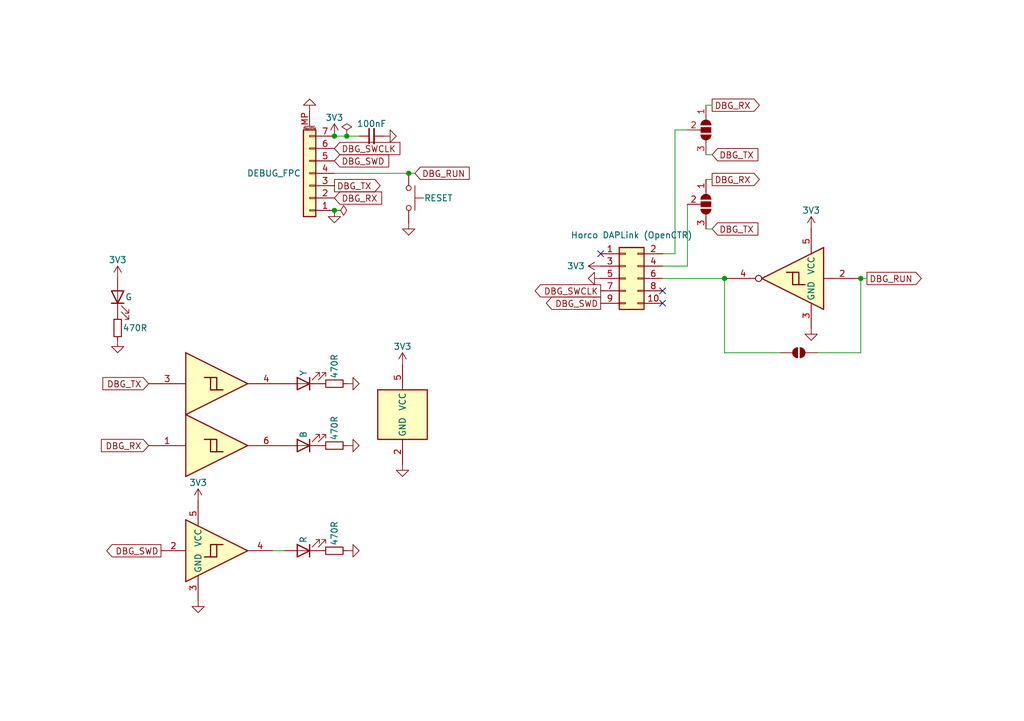
<source format=kicad_sch>
(kicad_sch (version 20231120) (generator "eeschema") (generator_version "8.0")
  (paper "A5")
  (lib_symbols
    (symbol "74xGxx:74LVC1G17"
      (property "Reference" "U" (at 0 3.81 0))
      (property "Value" "74LVC1G17" (at 0 -3.81 0))
      (symbol "74LVC1G17_0_1"
        (polyline (pts (xy -7.62 6.35) (xy -7.62 -6.35) (xy 5.08 0) (xy -7.62 6.35)) (stroke (width 0.254)) (fill (type background)))
        (polyline (pts (xy -3.81 -1.27) (xy -2.54 -1.27) (xy -2.54 1.27) (xy -1.27 1.27)) (stroke (width 0.254)) (fill (type background)))
        (polyline (pts (xy -2.54 -1.27) (xy -1.27 -1.27) (xy -1.27 1.27) (xy 0 1.27)) (stroke (width 0.254)) (fill (type background)))
      )
      (symbol "74LVC1G17_1_1"
        (pin no_connect line (at -7.62 5.08 180) (length 5.08) hide (name "NC") (number "1"))
        (pin input line (at -12.7 0 0) (length 5.08) (name "~") (number "2"))
        (pin power_in line (at -5.08 -10.16 90) (length 5.08) (name "GND") (number "3"))
        (pin output line (at 10.16 0 180) (length 5.08) (name "~") (number "4"))
        (pin power_in line (at -5.08 10.16 270) (length 5.08) (name "VCC") (number "5"))
      )
    )
    (symbol "74xGxx:74LVC2G17"
      (property "Reference" "U" (at -1.27 7.62 0))
      (property "Value" "74LVC2G17" (at 2.54 -7.62 0))
      (symbol "74LVC2G17_1_1"
        (polyline (pts (xy -2.54 1.27) (xy -1.27 1.27) (xy -1.27 -1.27)) (stroke (width 0.254)) (fill (type background)))
        (polyline (pts (xy -7.62 6.35) (xy -7.62 -6.35) (xy 5.08 0) (xy -7.62 6.35)) (stroke (width 0.254)) (fill (type background)))
        (polyline (pts (xy -3.81 1.27) (xy -2.54 1.27) (xy -2.54 -1.27) (xy 0 -1.27)) (stroke (width 0.254)) (fill (type background)))
        (pin input line (at -15.24 0 0) (length 7.62) (name "~") (number "1"))
        (pin output line (at 12.7 0 180) (length 7.62) (name "~") (number "6"))
      )
      (symbol "74LVC2G17_2_1"
        (polyline (pts (xy -2.54 1.27) (xy -1.27 1.27) (xy -1.27 -1.27)) (stroke (width 0.254)) (fill (type background)))
        (polyline (pts (xy -7.62 6.35) (xy -7.62 -6.35) (xy 5.08 0) (xy -7.62 6.35)) (stroke (width 0.254)) (fill (type background)))
        (polyline (pts (xy -3.81 1.27) (xy -2.54 1.27) (xy -2.54 -1.27) (xy 0 -1.27)) (stroke (width 0.254)) (fill (type background)))
        (pin input line (at -15.24 0 0) (length 7.62) (name "~") (number "3"))
        (pin output line (at 12.7 0 180) (length 7.62) (name "~") (number "4"))
      )
      (symbol "74LVC2G17_3_0"
        (rectangle (start -5.08 -5.08) (end 5.08 5.08) (stroke (width 0.254)) (fill (type background)))
      )
      (symbol "74LVC2G17_3_1"
        (pin power_in line (at 0 -10.16 90) (length 5.08) (name "GND") (number "2"))
        (pin power_in line (at 0 10.16 270) (length 5.08) (name "VCC") (number "5"))
      )
    )
    (symbol "74xGxx:SN74LVC1G14DBV"
      (property "Reference" "U" (at 0 3.81 0))
      (property "Value" "SN74LVC1G14DBV" (at 0 -3.81 0))
      (symbol "SN74LVC1G14DBV_0_1"
        (polyline (pts (xy -7.62 6.35) (xy -7.62 -6.35) (xy 5.08 0) (xy -7.62 6.35)) (stroke (width 0.254)) (fill (type background)))
      )
      (symbol "SN74LVC1G14DBV_1_1"
        (polyline (pts (xy -3.81 -1.27) (xy -1.27 -1.27) (xy -1.27 1.27)) (stroke (width 0.254)))
        (polyline (pts (xy -2.54 -1.27) (xy -2.54 1.27) (xy 0 1.27)) (stroke (width 0.254)))
        (pin no_connect line (at -7.62 5.08 180) (length 5.08) hide (name "NC") (number "1"))
        (pin input line (at -15.24 0 0) (length 7.62) (name "~") (number "2"))
        (pin power_in line (at -5.08 -10.16 90) (length 5.08) (name "GND") (number "3"))
        (pin output inverted (at 12.7 0 180) (length 7.62) (name "~") (number "4"))
        (pin power_in line (at -5.08 10.16 270) (length 5.08) (name "VCC") (number "5"))
      )
    )
    (symbol "Connector_Generic:Conn_02x05_Odd_Even" (pin_names (offset 1.016) hide)
      (property "Reference" "J" (at 1.27 7.62 0))
      (property "Value" "Conn_02x05_Odd_Even" (at 1.27 -7.62 0))
      (symbol "Conn_02x05_Odd_Even_1_1"
        (rectangle (start -1.27 -4.953) (end 0 -5.207) (stroke (width 0.1524)))
        (rectangle (start -1.27 -2.413) (end 0 -2.667) (stroke (width 0.1524)))
        (rectangle (start -1.27 0.127) (end 0 -0.127) (stroke (width 0.1524)))
        (rectangle (start -1.27 2.667) (end 0 2.413) (stroke (width 0.1524)))
        (rectangle (start -1.27 5.207) (end 0 4.953) (stroke (width 0.1524)))
        (rectangle (start -1.27 6.35) (end 3.81 -6.35) (stroke (width 0.254)) (fill (type background)))
        (rectangle (start 3.81 -4.953) (end 2.54 -5.207) (stroke (width 0.1524)))
        (rectangle (start 3.81 -2.413) (end 2.54 -2.667) (stroke (width 0.1524)))
        (rectangle (start 3.81 0.127) (end 2.54 -0.127) (stroke (width 0.1524)))
        (rectangle (start 3.81 2.667) (end 2.54 2.413) (stroke (width 0.1524)))
        (rectangle (start 3.81 5.207) (end 2.54 4.953) (stroke (width 0.1524)))
        (pin passive line (at -5.08 5.08 0) (length 3.81) (name "Pin_1") (number "1"))
        (pin passive line (at 7.62 -5.08 180) (length 3.81) (name "Pin_10") (number "10"))
        (pin passive line (at 7.62 5.08 180) (length 3.81) (name "Pin_2") (number "2"))
        (pin passive line (at -5.08 2.54 0) (length 3.81) (name "Pin_3") (number "3"))
        (pin passive line (at 7.62 2.54 180) (length 3.81) (name "Pin_4") (number "4"))
        (pin passive line (at -5.08 0 0) (length 3.81) (name "Pin_5") (number "5"))
        (pin passive line (at 7.62 0 180) (length 3.81) (name "Pin_6") (number "6"))
        (pin passive line (at -5.08 -2.54 0) (length 3.81) (name "Pin_7") (number "7"))
        (pin passive line (at 7.62 -2.54 180) (length 3.81) (name "Pin_8") (number "8"))
        (pin passive line (at -5.08 -5.08 0) (length 3.81) (name "Pin_9") (number "9"))
      )
    )
    (symbol "Connector_Generic_MountingPin:Conn_01x07_MountingPin" (pin_names (offset 1.016) hide)
      (property "Reference" "J" (at 0 10.16 0))
      (property "Value" "Conn_01x07_MountingPin" (at 1.27 -10.16 0))
      (symbol "Conn_01x07_MountingPin_1_1"
        (rectangle (start -1.27 -7.493) (end 0 -7.747) (stroke (width 0.1524)))
        (rectangle (start -1.27 -4.953) (end 0 -5.207) (stroke (width 0.1524)))
        (rectangle (start -1.27 -2.413) (end 0 -2.667) (stroke (width 0.1524)))
        (rectangle (start -1.27 0.127) (end 0 -0.127) (stroke (width 0.1524)))
        (rectangle (start -1.27 2.667) (end 0 2.413) (stroke (width 0.1524)))
        (rectangle (start -1.27 5.207) (end 0 4.953) (stroke (width 0.1524)))
        (rectangle (start -1.27 7.747) (end 0 7.493) (stroke (width 0.1524)))
        (rectangle (start -1.27 8.89) (end 1.27 -8.89) (stroke (width 0.254)) (fill (type background)))
        (polyline (pts (xy -1.016 -9.652) (xy 1.016 -9.652)) (stroke (width 0.1524)))
        (text "Mounting" (at 0 -9.271 0) (effects (font (size 0.381 0.381))))
        (pin passive line (at -5.08 7.62 0) (length 3.81) (name "Pin_1") (number "1"))
        (pin passive line (at -5.08 5.08 0) (length 3.81) (name "Pin_2") (number "2"))
        (pin passive line (at -5.08 2.54 0) (length 3.81) (name "Pin_3") (number "3"))
        (pin passive line (at -5.08 0 0) (length 3.81) (name "Pin_4") (number "4"))
        (pin passive line (at -5.08 -2.54 0) (length 3.81) (name "Pin_5") (number "5"))
        (pin passive line (at -5.08 -5.08 0) (length 3.81) (name "Pin_6") (number "6"))
        (pin passive line (at -5.08 -7.62 0) (length 3.81) (name "Pin_7") (number "7"))
        (pin passive line (at 0 -12.7 90) (length 3.048) (name "MountPin") (number "MP"))
      )
    )
    (symbol "Device:C_Small" (pin_numbers hide) (pin_names (offset 0.254) hide)
      (property "Reference" "C" (at 0.254 1.778 0))
      (property "Value" "C_Small" (at 0.254 -2.032 0))
      (symbol "C_Small_0_1"
        (polyline (pts (xy -1.524 -0.508) (xy 1.524 -0.508)) (stroke (width 0.3302)))
        (polyline (pts (xy -1.524 0.508) (xy 1.524 0.508)) (stroke (width 0.3048)))
      )
      (symbol "C_Small_1_1"
        (pin passive line (at 0 2.54 270) (length 2.032) (name "~") (number "1"))
        (pin passive line (at 0 -2.54 90) (length 2.032) (name "~") (number "2"))
      )
    )
    (symbol "Device:LED" (pin_numbers hide) (pin_names (offset 1.016) hide)
      (property "Reference" "D" (at 0 2.54 0))
      (property "Value" "LED" (at 0 -2.54 0))
      (symbol "LED_0_1"
        (polyline (pts (xy -1.27 -1.27) (xy -1.27 1.27)) (stroke (width 0.254)))
        (polyline (pts (xy -1.27 0) (xy 1.27 0)))
        (polyline (pts (xy 1.27 -1.27) (xy 1.27 1.27) (xy -1.27 0) (xy 1.27 -1.27)) (stroke (width 0.254)))
        (polyline (pts (xy -3.048 -0.762) (xy -4.572 -2.286) (xy -3.81 -2.286) (xy -4.572 -2.286) (xy -4.572 -1.524)))
        (polyline (pts (xy -1.778 -0.762) (xy -3.302 -2.286) (xy -2.54 -2.286) (xy -3.302 -2.286) (xy -3.302 -1.524)))
      )
      (symbol "LED_1_1"
        (pin passive line (at -3.81 0 0) (length 2.54) (name "K") (number "1"))
        (pin passive line (at 3.81 0 180) (length 2.54) (name "A") (number "2"))
      )
    )
    (symbol "Device:R_Small" (pin_numbers hide) (pin_names (offset 0.254) hide)
      (property "Reference" "R" (at 0.762 0.508 0))
      (property "Value" "R_Small" (at 0.762 -1.016 0))
      (symbol "R_Small_0_1"
        (rectangle (start -0.762 1.778) (end 0.762 -1.778) (stroke (width 0.2032)))
      )
      (symbol "R_Small_1_1"
        (pin passive line (at 0 2.54 270) (length 0.762) (name "~") (number "1"))
        (pin passive line (at 0 -2.54 90) (length 0.762) (name "~") (number "2"))
      )
    )
    (symbol "Jumper:SolderJumper_2_Open" (pin_numbers hide) (pin_names (offset 0) hide) (exclude_from_sim yes) (in_bom no)
      (property "Reference" "JP" (at 0 2.032 0))
      (property "Value" "SolderJumper_2_Open" (at 0 -2.54 0))
      (symbol "SolderJumper_2_Open_0_1"
        (arc (start -0.254 1.016) (mid -1.2656 0) (end -0.254 -1.016))
        (arc (start -0.254 1.016) (mid -1.2656 0) (end -0.254 -1.016) (fill (type outline)))
        (polyline (pts (xy -0.254 1.016) (xy -0.254 -1.016)))
        (polyline (pts (xy 0.254 1.016) (xy 0.254 -1.016)))
        (arc (start 0.254 -1.016) (mid 1.2656 0) (end 0.254 1.016))
        (arc (start 0.254 -1.016) (mid 1.2656 0) (end 0.254 1.016) (fill (type outline)))
      )
      (symbol "SolderJumper_2_Open_1_1"
        (pin passive line (at -3.81 0 0) (length 2.54) (name "A") (number "1"))
        (pin passive line (at 3.81 0 180) (length 2.54) (name "B") (number "2"))
      )
    )
    (symbol "Jumper:SolderJumper_3_Open" (pin_names (offset 0) hide) (exclude_from_sim yes) (in_bom no)
      (property "Reference" "JP" (at -2.54 -2.54 0))
      (property "Value" "SolderJumper_3_Open" (at 0 2.794 0))
      (symbol "SolderJumper_3_Open_0_1"
        (arc (start -1.016 1.016) (mid -2.0276 0) (end -1.016 -1.016))
        (arc (start -1.016 1.016) (mid -2.0276 0) (end -1.016 -1.016) (fill (type outline)))
        (rectangle (start -0.508 1.016) (end 0.508 -1.016) (fill (type outline)))
        (polyline (pts (xy -2.54 0) (xy -2.032 0)))
        (polyline (pts (xy -1.016 1.016) (xy -1.016 -1.016)))
        (polyline (pts (xy 0 -1.27) (xy 0 -1.016)))
        (polyline (pts (xy 1.016 1.016) (xy 1.016 -1.016)))
        (polyline (pts (xy 2.54 0) (xy 2.032 0)))
        (arc (start 1.016 -1.016) (mid 2.0276 0) (end 1.016 1.016))
        (arc (start 1.016 -1.016) (mid 2.0276 0) (end 1.016 1.016) (fill (type outline)))
      )
      (symbol "SolderJumper_3_Open_1_1"
        (pin passive line (at -5.08 0 0) (length 2.54) (name "A") (number "1"))
        (pin passive line (at 0 -3.81 90) (length 2.54) (name "C") (number "2"))
        (pin passive line (at 5.08 0 180) (length 2.54) (name "B") (number "3"))
      )
    )
    (symbol "Switch:SW_Push" (pin_numbers hide) (pin_names (offset 1.016) hide)
      (property "Reference" "SW" (at 1.27 2.54 0))
      (property "Value" "SW_Push" (at 0 -1.524 0))
      (symbol "SW_Push_0_1"
        (circle (center -2.032 0) (radius 0.508))
        (polyline (pts (xy 0 1.27) (xy 0 3.048)))
        (polyline (pts (xy 2.54 1.27) (xy -2.54 1.27)))
        (circle (center 2.032 0) (radius 0.508))
        (pin passive line (at -5.08 0 0) (length 2.54) (name "1") (number "1"))
        (pin passive line (at 5.08 0 180) (length 2.54) (name "2") (number "2"))
      )
    )
    (symbol "power:+3V3" (power) (pin_numbers hide) (pin_names (offset 0) hide)
      (property "Value" "+3V3" (at 0 3.556 0))
      (symbol "+3V3_0_1"
        (polyline (pts (xy -0.762 1.27) (xy 0 2.54)))
        (polyline (pts (xy 0 0) (xy 0 2.54)))
        (polyline (pts (xy 0 2.54) (xy 0.762 1.27)))
      )
      (symbol "+3V3_1_1"
        (pin power_in line (at 0 0 90) (length 0) (name "~") (number "1"))
      )
    )
    (symbol "power:GND" (power) (pin_numbers hide) (pin_names (offset 0) hide)
      (property "Value" "GND" (at 0 -3.81 0))
      (symbol "GND_0_1"
        (polyline (pts (xy 0 0) (xy 0 -1.27) (xy 1.27 -1.27) (xy 0 -2.54) (xy -1.27 -1.27) (xy 0 -1.27)))
      )
      (symbol "GND_1_1"
        (pin power_in line (at 0 0 270) (length 0) (name "~") (number "1"))
      )
    )
    (symbol "power:PWR_FLAG" (power) (pin_numbers hide) (pin_names (offset 0) hide)
      (property "Value" "PWR_FLAG" (at 0 3.81 0))
      (symbol "PWR_FLAG_0_0"
        (pin power_out line (at 0 0 90) (length 0) (name "~") (number "1"))
      )
      (symbol "PWR_FLAG_0_1"
        (polyline (pts (xy 0 0) (xy 0 1.27) (xy -1.016 1.905) (xy 0 2.54) (xy 1.016 1.905) (xy 0 1.27)))
      )
    )
  )
  (junction (at 68.58 27.94))
  (junction (at 71.12 27.94))
  (junction (at 148.59 57.15))
  (junction (at 83.82 35.56))
  (junction (at 68.58 43.18))
  (junction (at 176.53 57.15))
  (no_connect (at 135.89 59.69))
  (no_connect (at 135.89 62.23))
  (no_connect (at 123.19 52.07))
  (wire (pts (xy 176.53 72.39) (xy 167.64 72.39)))
  (wire (pts (xy 135.89 52.07) (xy 138.43 52.07)))
  (wire (pts (xy 148.59 72.39) (xy 160.02 72.39)))
  (wire (pts (xy 58.42 113.03) (xy 55.88 113.03)))
  (wire (pts (xy 138.43 52.07) (xy 138.43 26.67)))
  (wire (pts (xy 135.89 54.61) (xy 140.97 54.61)))
  (wire (pts (xy 138.43 26.67) (xy 140.97 26.67)))
  (wire (pts (xy 135.89 57.15) (xy 148.59 57.15)))
  (wire (pts (xy 148.59 72.39) (xy 148.59 57.15)))
  (wire (pts (xy 83.82 35.56) (xy 68.58 35.56)))
  (wire (pts (xy 176.53 57.15) (xy 177.8 57.15)))
  (wire (pts (xy 146.05 36.83) (xy 144.78 36.83)))
  (wire (pts (xy 71.12 27.94) (xy 68.58 27.94)))
  (wire (pts (xy 146.05 21.59) (xy 144.78 21.59)))
  (wire (pts (xy 146.05 46.99) (xy 144.78 46.99)))
  (wire (pts (xy 140.97 54.61) (xy 140.97 41.91)))
  (wire (pts (xy 73.66 27.94) (xy 71.12 27.94)))
  (wire (pts (xy 146.05 31.75) (xy 144.78 31.75)))
  (wire (pts (xy 85.09 35.56) (xy 83.82 35.56)))
  (wire (pts (xy 176.53 57.15) (xy 176.53 72.39)))
  (global_label "DBG_TX" (shape input) (at 146.05 46.99 0) (property "Intersheetrefs" "${INTERSHEET_REFS}" (effects (hide yes))))
  (global_label "DBG_SWCLK" (shape input) (at 68.58 30.48 0) (property "Intersheetrefs" "${INTERSHEET_REFS}" (effects (hide yes))))
  (global_label "DBG_TX" (shape input) (at 146.05 31.75 0) (property "Intersheetrefs" "${INTERSHEET_REFS}" (effects (hide yes))))
  (global_label "DBG_SWD" (shape output) (at 33.02 113.03 180) (property "Intersheetrefs" "${INTERSHEET_REFS}" (effects (hide yes))))
  (global_label "DBG_RUN" (shape output) (at 177.8 57.15 0) (property "Intersheetrefs" "${INTERSHEET_REFS}" (effects (hide yes))))
  (global_label "DBG_SWCLK" (shape output) (at 123.19 59.69 180) (property "Intersheetrefs" "${INTERSHEET_REFS}" (effects (hide yes))))
  (global_label "DBG_RX" (shape input) (at 68.58 40.64 0) (property "Intersheetrefs" "${INTERSHEET_REFS}" (effects (hide yes))))
  (global_label "DBG_TX" (shape input) (at 30.48 78.74 180) (property "Intersheetrefs" "${INTERSHEET_REFS}" (effects (hide yes))))
  (global_label "DBG_TX" (shape output) (at 68.58 38.1 0) (property "Intersheetrefs" "${INTERSHEET_REFS}" (effects (hide yes))))
  (global_label "DBG_RUN" (shape input) (at 85.09 35.56 0) (property "Intersheetrefs" "${INTERSHEET_REFS}" (effects (hide yes))))
  (global_label "DBG_SWD" (shape output) (at 123.19 62.23 180) (property "Intersheetrefs" "${INTERSHEET_REFS}" (effects (hide yes))))
  (global_label "DBG_RX" (shape input) (at 30.48 91.44 180) (property "Intersheetrefs" "${INTERSHEET_REFS}" (effects (hide yes))))
  (global_label "DBG_RX" (shape output) (at 146.05 21.59 0) (property "Intersheetrefs" "${INTERSHEET_REFS}" (effects (hide yes))))
  (global_label "DBG_SWD" (shape input) (at 68.58 33.02 0) (property "Intersheetrefs" "${INTERSHEET_REFS}" (effects (hide yes))))
  (global_label "DBG_RX" (shape output) (at 146.05 36.83 0) (property "Intersheetrefs" "${INTERSHEET_REFS}" (effects (hide yes))))
  (symbol (lib_id "74xGxx:SN74LVC1G14DBV") (at 161.29 57.15 0) (mirror y) (unit 1)
    (property "Reference" "U1" (effects (hide yes)))
    (property "Value" "SN74LVC1G14DBV" (effects (hide yes)))
    (property "Footprint" "Package_TO_SOT_SMD:SOT-23-5" (effects (hide yes)))
    (property "Datasheet" "https://www.ti.com/lit/ds/symlink/sn74lvc1g14.pdf" (effects (hide yes)))
    (property "Description" "Single Schmitt NOT Gate, Low-Voltage CMOS, SOT-23" (effects (hide yes)))
    (property "LCSC" "C7835" (effects (hide yes)))
  )
  (symbol (lib_id "Device:LED") (at 62.23 78.74 180) (unit 1)
    (property "Reference" "D2" (effects (hide yes)))
    (property "Value" "Y" (at 62.23 77.216 90) (effects (justify right)))
    (property "Footprint" "LED_SMD:LED_0603_1608Metric" (effects (hide yes)))
    (property "Description" "Light emitting diode" (effects (hide yes)))
    (property "LCSC" "C84268" (effects (hide yes)))
  )
  (symbol (lib_id "Device:R_Small") (at 68.58 113.03 90) (unit 1)
    (property "Reference" "R1" (effects (hide yes)))
    (property "Value" "470R" (at 68.58 112.014 0) (effects (justify left)))
    (property "Footprint" "Resistor_SMD:R_0603_1608Metric" (effects (hide yes)))
    (property "Description" "Resistor, small symbol" (effects (hide yes)))
    (property "LCSC" "C23179" (effects (hide yes)))
  )
  (symbol (lib_id "74xGxx:74LVC1G17") (at 45.72 113.03 0) (unit 1)
    (property "Reference" "U4" (effects (hide yes)))
    (property "Value" "74LVC1G17" (effects (hide yes)))
    (property "Footprint" "Package_TO_SOT_SMD:SOT-23-5" (effects (hide yes)))
    (property "Datasheet" "https://www.ti.com/lit/ds/symlink/sn74lvc1g17.pdf" (effects (hide yes)))
    (property "Description" "Single Schmitt Buffer Gate, Low-Voltage CMOS" (effects (hide yes)))
    (property "LCSC" "C7836" (effects (hide yes)))
  )
  (symbol (lib_id "Switch:SW_Push") (at 83.82 40.64 270) (unit 1)
    (property "Reference" "SW1" (effects (hide yes)))
    (property "Value" "RESET" (at 89.916 40.64 90))
    (property "Footprint" "Button_Switch_SMD:SW_SPST_CK_RS282G05A3" (effects (hide yes)))
    (property "Description" "Push button switch, generic, two pins" (effects (hide yes)))
    (property "LCSC" "C318938" (effects (hide yes)))
  )
  (symbol (lib_id "power:GND") (at 78.74 27.94 90) (unit 1)
    (property "Reference" "#PWR014" (effects (hide yes)))
    (property "Value" "GND" (effects (hide yes)))
    (property "Description" "Power symbol creates a global label with name \"GND\" , ground" (effects (hide yes)))
  )
  (symbol (lib_id "power:GND") (at 166.37 67.31 0) (unit 1)
    (property "Reference" "#PWR013" (effects (hide yes)))
    (property "Value" "GND" (effects (hide yes)))
    (property "Description" "Power symbol creates a global label with name \"GND\" , ground" (effects (hide yes)))
  )
  (symbol (lib_id "Device:R_Small") (at 24.13 67.31 0) (unit 1)
    (property "Reference" "R4" (effects (hide yes)))
    (property "Value" "470R" (at 25.146 67.31 0) (effects (justify left)))
    (property "Footprint" "Resistor_SMD:R_0603_1608Metric" (effects (hide yes)))
    (property "Description" "Resistor, small symbol" (effects (hide yes)))
    (property "LCSC" "C23179" (effects (hide yes)))
  )
  (symbol (lib_id "Connector_Generic:Conn_02x05_Odd_Even") (at 128.27 57.15 0) (unit 1)
    (property "Reference" "J2" (effects (hide yes)))
    (property "Value" "Horco DAPLink (OpenCTR)" (at 129.54 48.26 0))
    (property "Footprint" "Connector_PinSocket_2.54mm:PinSocket_2x05_P2.54mm_Horizontal" (effects (hide yes)))
    (property "Datasheet" "https://item.taobao.com/item.htm?spm=a1z0d.6639537" (effects (hide yes)))
    (property "Description" "Generic connector, double row, 02x05, odd/even pin numbering scheme (row 1 odd numbers, row 2 even numbers), script generated (kicad-library-utils/schlib/autogen/connector/)" (effects (hide yes)))
    (property "LCSC" "C2897425" (effects (hide yes)))
  )
  (symbol (lib_id "power:+3V3") (at 40.64 102.87 0) (unit 1)
    (property "Reference" "#PWR010" (effects (hide yes)))
    (property "Value" "3V3" (at 40.64 99.06 0))
    (property "Description" "Power symbol creates a global label with name \"+3V3\"" (effects (hide yes)))
  )
  (symbol (lib_id "power:PWR_FLAG") (at 71.12 27.94 0) (unit 1)
    (property "Reference" "#FLG02" (effects (hide yes)))
    (property "Value" "PWR_FLAG" (effects (hide yes)))
    (property "Description" "Special symbol for telling ERC where power comes from" (effects (hide yes)))
  )
  (symbol (lib_id "74xGxx:74LVC2G17") (at 45.72 91.44 0) (unit 1)
    (property "Reference" "U2" (effects (hide yes)))
    (property "Value" "74LVC2G17" (effects (hide yes)))
    (property "Footprint" "Package_TO_SOT_SMD:SOT-23-6" (effects (hide yes)))
    (property "Datasheet" "http://www.ti.com/lit/sg/scyt129e/scyt129e.pdf" (effects (hide yes)))
    (property "Description" "Dual Buffer, Schmitt Triggered, Low-Voltage CMOS" (effects (hide yes)))
    (property "LCSC" "C10429" (effects (hide yes)))
  )
  (symbol (lib_id "Device:R_Small") (at 68.58 91.44 90) (unit 1)
    (property "Reference" "R3" (effects (hide yes)))
    (property "Value" "470R" (at 68.58 90.424 0) (effects (justify left)))
    (property "Footprint" "Resistor_SMD:R_0603_1608Metric" (effects (hide yes)))
    (property "Description" "Resistor, small symbol" (effects (hide yes)))
    (property "LCSC" "C23179" (effects (hide yes)))
  )
  (symbol (lib_id "Jumper:SolderJumper_3_Open") (at 144.78 41.91 270) (unit 1) (exclude_from_sim yes) (in_bom no)
    (property "Reference" "JP2" (effects (hide yes)))
    (property "Value" "SolderJumper_3_Open" (effects (hide yes)))
    (property "Footprint" "Jumper:SolderJumper-3_P1.3mm_Open_RoundedPad1.0x1.5mm" (effects (hide yes)))
    (property "Description" "Solder Jumper, 3-pole, open" (effects (hide yes)))
  )
  (symbol (lib_id "power:+3V3") (at 68.58 27.94 0) (unit 1)
    (property "Reference" "#PWR01" (effects (hide yes)))
    (property "Value" "3V3" (at 68.58 24.13 0))
    (property "Description" "Power symbol creates a global label with name \"+3V3\"" (effects (hide yes)))
  )
  (symbol (lib_id "power:+3V3") (at 82.55 74.93 0) (unit 1)
    (property "Reference" "#PWR08" (effects (hide yes)))
    (property "Value" "3V3" (at 82.55 71.12 0))
    (property "Description" "Power symbol creates a global label with name \"+3V3\"" (effects (hide yes)))
  )
  (symbol (lib_id "Device:LED") (at 62.23 91.44 180) (unit 1)
    (property "Reference" "D3" (effects (hide yes)))
    (property "Value" "B" (at 62.23 89.916 90) (effects (justify right)))
    (property "Footprint" "LED_SMD:LED_0603_1608Metric" (effects (hide yes)))
    (property "Description" "Light emitting diode" (effects (hide yes)))
    (property "LCSC" "C84266" (effects (hide yes)))
  )
  (symbol (lib_id "Jumper:SolderJumper_3_Open") (at 144.78 26.67 270) (unit 1) (exclude_from_sim yes) (in_bom no)
    (property "Reference" "JP1" (effects (hide yes)))
    (property "Value" "SolderJumper_3_Open" (effects (hide yes)))
    (property "Footprint" "Jumper:SolderJumper-3_P1.3mm_Open_RoundedPad1.0x1.5mm" (effects (hide yes)))
    (property "Description" "Solder Jumper, 3-pole, open" (effects (hide yes)))
  )
  (symbol (lib_id "Device:LED") (at 62.23 113.03 180) (unit 1)
    (property "Reference" "D1" (effects (hide yes)))
    (property "Value" "R" (at 62.23 111.506 90) (effects (justify right)))
    (property "Footprint" "LED_SMD:LED_0603_1608Metric" (effects (hide yes)))
    (property "Description" "Light emitting diode" (effects (hide yes)))
    (property "LCSC" "C84263" (effects (hide yes)))
  )
  (symbol (lib_id "power:GND") (at 71.12 78.74 90) (unit 1)
    (property "Reference" "#PWR017" (effects (hide yes)))
    (property "Value" "GND" (effects (hide yes)))
    (property "Description" "Power symbol creates a global label with name \"GND\" , ground" (effects (hide yes)))
  )
  (symbol (lib_id "74xGxx:74LVC2G17") (at 45.72 78.74 0) (unit 2)
    (property "Reference" "U2" (effects (hide yes)))
    (property "Value" "74LVC2G17" (effects (hide yes)))
    (property "Footprint" "Package_TO_SOT_SMD:SOT-23-6" (effects (hide yes)))
    (property "Datasheet" "http://www.ti.com/lit/sg/scyt129e/scyt129e.pdf" (effects (hide yes)))
    (property "Description" "Dual Buffer, Schmitt Triggered, Low-Voltage CMOS" (effects (hide yes)))
    (property "LCSC" "C10429" (effects (hide yes)))
  )
  (symbol (lib_id "power:PWR_FLAG") (at 68.58 43.18 270) (unit 1)
    (property "Reference" "#FLG01" (effects (hide yes)))
    (property "Value" "PWR_FLAG" (effects (hide yes)))
    (property "Description" "Special symbol for telling ERC where power comes from" (effects (hide yes)))
  )
  (symbol (lib_id "Connector_Generic_MountingPin:Conn_01x07_MountingPin") (at 63.5 35.56 180) (unit 1)
    (property "Reference" "J1" (effects (hide yes)))
    (property "Value" "DEBUG_FPC" (at 61.722 35.56 0) (effects (justify left)))
    (property "Footprint" "Connector_FFC-FPC:TE_0-1734839-7_1x07-1MP_P0.5mm_Horizontal" (effects (hide yes)))
    (property "Description" "Generic connectable mounting pin connector, single row, 01x07, script generated (kicad-library-utils/schlib/autogen/connector/)" (effects (hide yes)))
    (property "LCSC" "C2911968" (effects (hide yes)))
  )
  (symbol (lib_id "74xGxx:74LVC2G17") (at 82.55 85.09 0) (unit 3)
    (property "Reference" "U2" (effects (hide yes)))
    (property "Value" "74LVC2G17" (effects (hide yes)))
    (property "Footprint" "Package_TO_SOT_SMD:SOT-23-6" (effects (hide yes)))
    (property "Datasheet" "http://www.ti.com/lit/sg/scyt129e/scyt129e.pdf" (effects (hide yes)))
    (property "Description" "Dual Buffer, Schmitt Triggered, Low-Voltage CMOS" (effects (hide yes)))
    (property "LCSC" "C10429" (effects (hide yes)))
  )
  (symbol (lib_id "power:+3V3") (at 123.19 54.61 90) (unit 1)
    (property "Reference" "#PWR03" (effects (hide yes)))
    (property "Value" "3V3" (at 118.11 54.61 90))
    (property "Description" "Power symbol creates a global label with name \"+3V3\"" (effects (hide yes)))
  )
  (symbol (lib_id "power:+3V3") (at 166.37 46.99 0) (unit 1)
    (property "Reference" "#PWR012" (effects (hide yes)))
    (property "Value" "3V3" (at 166.37 43.18 0))
    (property "Description" "Power symbol creates a global label with name \"+3V3\"" (effects (hide yes)))
  )
  (symbol (lib_id "power:GND") (at 123.19 57.15 270) (unit 1)
    (property "Reference" "#PWR04" (effects (hide yes)))
    (property "Value" "GND" (effects (hide yes)))
    (property "Description" "Power symbol creates a global label with name \"GND\" , ground" (effects (hide yes)))
  )
  (symbol (lib_id "power:GND") (at 40.64 123.19 0) (unit 1)
    (property "Reference" "#PWR011" (effects (hide yes)))
    (property "Value" "GND" (effects (hide yes)))
    (property "Description" "Power symbol creates a global label with name \"GND\" , ground" (effects (hide yes)))
  )
  (symbol (lib_id "power:GND") (at 24.13 69.85 0) (unit 1)
    (property "Reference" "#PWR07" (effects (hide yes)))
    (property "Value" "GND" (effects (hide yes)))
    (property "Description" "Power symbol creates a global label with name \"GND\" , ground" (effects (hide yes)))
  )
  (symbol (lib_id "power:GND") (at 68.58 43.18 0) (unit 1)
    (property "Reference" "#PWR02" (effects (hide yes)))
    (property "Value" "GND" (effects (hide yes)))
    (property "Description" "Power symbol creates a global label with name \"GND\" , ground" (effects (hide yes)))
  )
  (symbol (lib_id "Jumper:SolderJumper_2_Open") (at 163.83 72.39 0) (unit 1) (exclude_from_sim yes) (in_bom no)
    (property "Reference" "JP3" (effects (hide yes)))
    (property "Value" "SolderJumper_2_Open" (effects (hide yes)))
    (property "Footprint" "Jumper:SolderJumper-2_P1.3mm_Open_RoundedPad1.0x1.5mm" (effects (hide yes)))
    (property "Description" "Solder Jumper, 2-pole, open" (effects (hide yes)))
  )
  (symbol (lib_id "power:+3V3") (at 24.13 57.15 0) (unit 1)
    (property "Reference" "#PWR06" (effects (hide yes)))
    (property "Value" "3V3" (at 24.13 53.34 0))
    (property "Description" "Power symbol creates a global label with name \"+3V3\"" (effects (hide yes)))
  )
  (symbol (lib_id "Device:LED") (at 24.13 60.96 90) (unit 1)
    (property "Reference" "D4" (effects (hide yes)))
    (property "Value" "G" (at 25.654 60.96 90) (effects (justify right)))
    (property "Footprint" "LED_SMD:LED_0603_1608Metric" (effects (hide yes)))
    (property "Description" "Light emitting diode" (effects (hide yes)))
    (property "LCSC" "C84267" (effects (hide yes)))
  )
  (symbol (lib_id "power:GND") (at 82.55 95.25 0) (unit 1)
    (property "Reference" "#PWR09" (effects (hide yes)))
    (property "Value" "GND" (effects (hide yes)))
    (property "Description" "Power symbol creates a global label with name \"GND\" , ground" (effects (hide yes)))
  )
  (symbol (lib_id "Device:C_Small") (at 76.2 27.94 90) (unit 1)
    (property "Reference" "C1" (effects (hide yes)))
    (property "Value" "100nF" (at 79.248 25.4 90) (effects (justify left)))
    (property "Footprint" "Capacitor_SMD:C_0402_1005Metric" (effects (hide yes)))
    (property "Description" "Unpolarized capacitor, small symbol" (effects (hide yes)))
    (property "LCSC" "C307331" (effects (hide yes)))
  )
  (symbol (lib_id "Device:R_Small") (at 68.58 78.74 90) (unit 1)
    (property "Reference" "R2" (effects (hide yes)))
    (property "Value" "470R" (at 68.58 77.724 0) (effects (justify left)))
    (property "Footprint" "Resistor_SMD:R_0603_1608Metric" (effects (hide yes)))
    (property "Description" "Resistor, small symbol" (effects (hide yes)))
    (property "LCSC" "C23179" (effects (hide yes)))
  )
  (symbol (lib_id "power:GND") (at 63.5 22.86 180) (unit 1)
    (property "Reference" "#PWR018" (effects (hide yes)))
    (property "Value" "GND" (effects (hide yes)))
    (property "Description" "Power symbol creates a global label with name \"GND\" , ground" (effects (hide yes)))
  )
  (symbol (lib_id "power:GND") (at 83.82 45.72 0) (unit 1)
    (property "Reference" "#PWR05" (effects (hide yes)))
    (property "Value" "GND" (effects (hide yes)))
    (property "Description" "Power symbol creates a global label with name \"GND\" , ground" (effects (hide yes)))
  )
  (symbol (lib_id "power:GND") (at 71.12 91.44 90) (unit 1)
    (property "Reference" "#PWR016" (effects (hide yes)))
    (property "Value" "GND" (effects (hide yes)))
    (property "Description" "Power symbol creates a global label with name \"GND\" , ground" (effects (hide yes)))
  )
  (symbol (lib_id "power:GND") (at 71.12 113.03 90) (unit 1)
    (property "Reference" "#PWR015" (effects (hide yes)))
    (property "Value" "GND" (effects (hide yes)))
    (property "Description" "Power symbol creates a global label with name \"GND\" , ground" (effects (hide yes)))
  )
)
</source>
